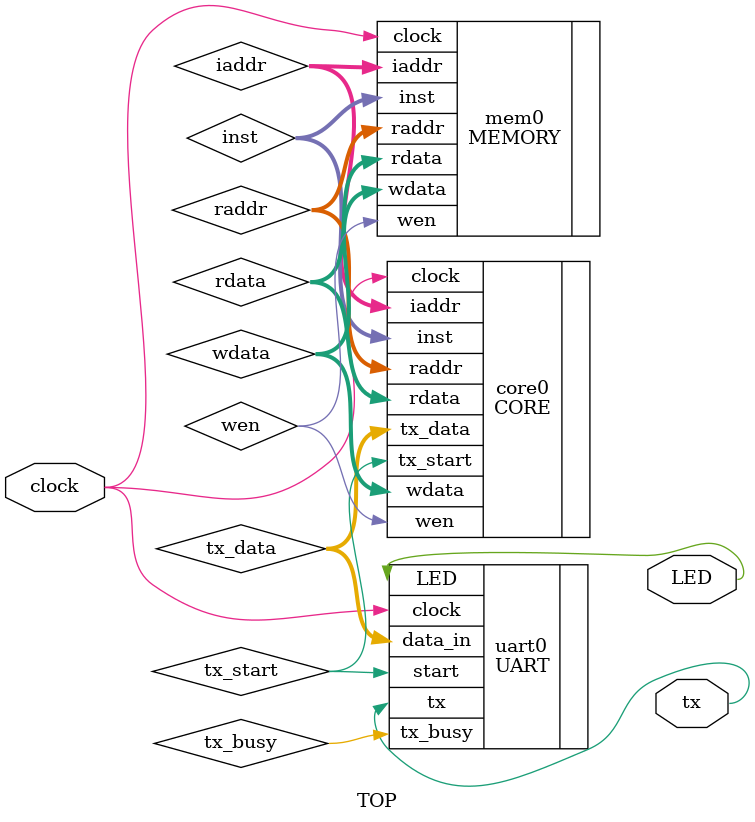
<source format=v>
module TOP(
    input clock,
    output LED,
    output tx
);

    wire tx_busy;
    wire tx_start;
    wire [7:0] tx_data;

    UART uart0(
        .clock(clock),
        .tx(tx),
        .tx_busy(tx_busy),
        .start(tx_start),
        .data_in(tx_data),
        .LED(LED)
    );

    wire [31:0] inst;
    wire [31:0] rdata;
    wire [31:0] raddr;
    wire [31:0] iaddr;
    wire [31:0] wdata;
    wire wen;
    MEMORY mem0(
        .clock(clock),
        .raddr(raddr),
        .iaddr(iaddr),
        .wen(wen),
        .wdata(wdata),
        .inst(inst),
        .rdata(rdata)
    );

    CORE core0(
        .clock(clock),
        .tx_start(tx_start),
        .tx_data(tx_data),
        .raddr(raddr),
        .iaddr(iaddr),
        .wen(wen),
        .wdata(wdata),
        .inst(inst),
        .rdata(rdata)
    );
/*
    localparam MEM_WRITE = 0;
    localparam MEM_READ = 1;
    localparam MEM_IDLE = 2;

    localparam WAIT_TIME = 200000;
    reg [31:0] clock_count;
    reg [7:0] send_count;
    reg [3:0] state;
    wire [4 * 8:0] str = "test";
    initial begin
        clock_count = WAIT_TIME;
        send_count = 0;
        state = MEM_WRITE;
        tx_start = 1'b0;
        tx_data = 8'b0;
    end

    always @(posedge clock) begin
        if (clock_count == WAIT_TIME) begin

            case (state)
                MEM_WRITE: begin
                    raddr <= 32'b0;
                    wdata <= "C";
                    wen <= 1'b1;
                    state <= MEM_READ;
                end

                MEM_READ: begin
                    wen <= 1'b0;
                    raddr <= 32'b0;
                    if (tx_busy == 1'b0) begin
                        tx_data <= rdata[0 +:8];
                        tx_start <= 1'b1;
                    end
                    state <= MEM_IDLE;
                end

                MEM_IDLE:
                    state <= MEM_WRITE;
            endcase

            clock_count <= 0;
        end else begin
            clock_count <= clock_count + 1;
            tx_start <= 1'b1;
        end
    end*/

endmodule
</source>
